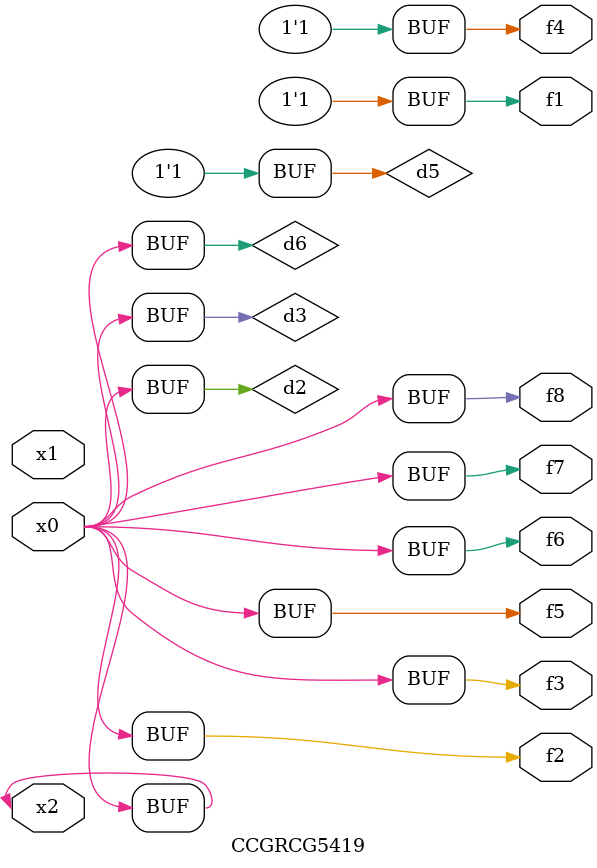
<source format=v>
module CCGRCG5419(
	input x0, x1, x2,
	output f1, f2, f3, f4, f5, f6, f7, f8
);

	wire d1, d2, d3, d4, d5, d6;

	xnor (d1, x2);
	buf (d2, x0, x2);
	and (d3, x0);
	xnor (d4, x1, x2);
	nand (d5, d1, d3);
	buf (d6, d2, d3);
	assign f1 = d5;
	assign f2 = d6;
	assign f3 = d6;
	assign f4 = d5;
	assign f5 = d6;
	assign f6 = d6;
	assign f7 = d6;
	assign f8 = d6;
endmodule

</source>
